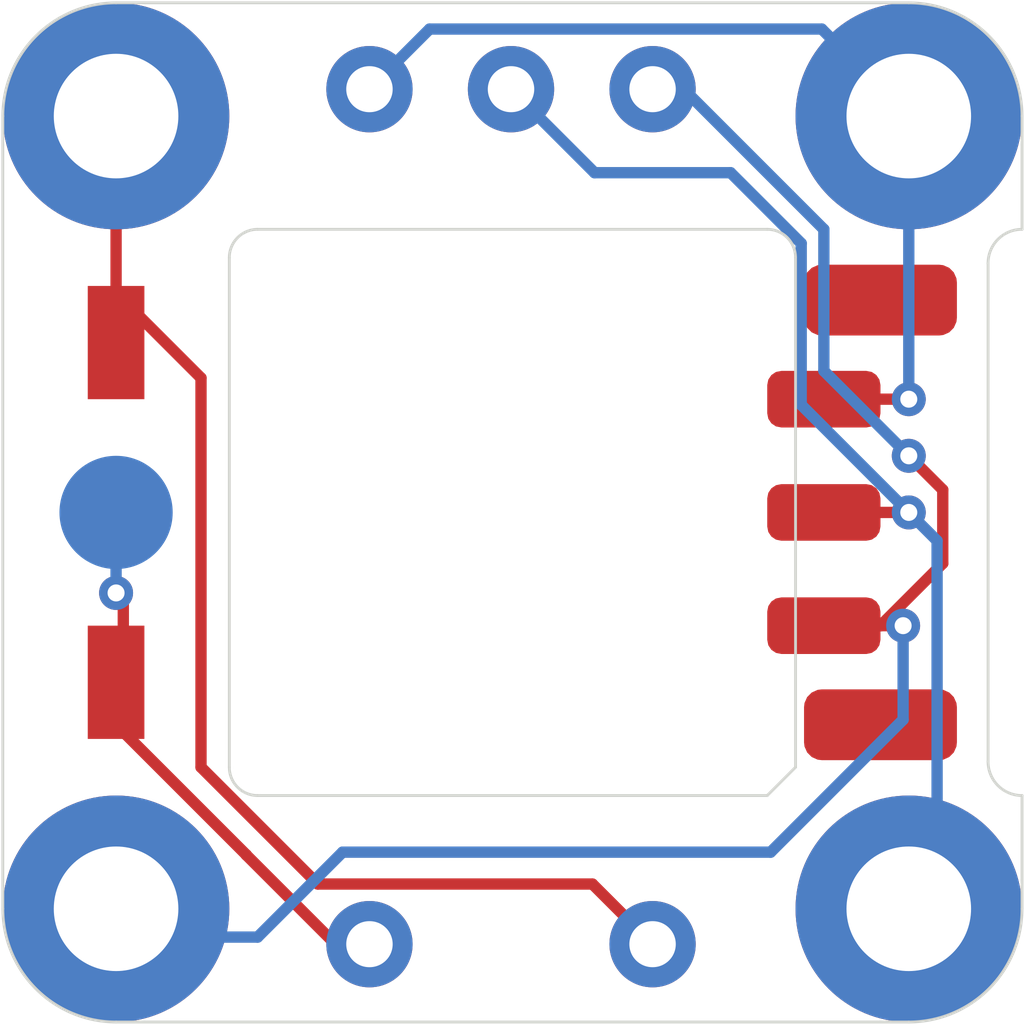
<source format=kicad_pcb>
(kicad_pcb (version 20240108) (generator "pcbnew") (generator_version "8.0")
  (layers (0 "F.Cu" signal) (31 "B.Cu" signal) (34 "B.Paste" user) (35 "F.Paste" user) (36 "B.SilkS" user "B.Silkscreen") (37 "F.SilkS" user "F.Silkscreen") (38 "B.Mask" user) (39 "F.Mask" user) (44 "Edge.Cuts" user))
  (net 0 "")
  (net 1 "Net-(J1-Pin_1)")
  (net 2 "Net-(J2-Pin_1)")
  (net 3 "Net-(J3-Pin_1)")
  (net 4 "Net-(J4-Pin_1)")
  (net 5 "Net-(J5-Pin_1)")
  (footprint "CKW12:SKQYACE010" (layer "F.Cu") (at 143 100 -90)
    (property "Reference" "SW2" (hide yes))
    (property "Value" "SW_DPST_x2" (hide yes))
    (pad "1" smd rect (at 3 0 270) (size 2 1) (layers "F.Cu" "F.Paste" "F.Mask") (net 5 "Net-(J5-Pin_1)"))
    (pad "2" smd rect (at -3 0 270) (size 2 1) (layers "F.Cu" "F.Paste" "F.Mask") (net 4 "Net-(J4-Pin_1)"))
  )
  (footprint "CKW12:my_mount_hole_M2_pad" (layer "F.Cu") (at 143 93)
    (property "Reference" "J4")
    (property "Value" "Conn_01x01_Pin" (hide yes))
    (pad "" thru_hole circle (at 0 0) (size 4 4) (drill 2.2) (layers "*.Cu" "*.Mask") (net 4 "Net-(J4-Pin_1)"))
  )
  (footprint "CKW12:my_mount_hole_M2_pad" (layer "F.Cu") (at 143 107)
    (property "Reference" "J3")
    (property "Value" "Conn_01x01_Pin" (hide yes))
    (pad "" thru_hole circle (at 0 0) (size 4 4) (drill 2.2) (layers "*.Cu" "*.Mask") (net 3 "Net-(J3-Pin_1)"))
  )
  (footprint "CKW12:EC05E1220202" (layer "F.Cu") (at 150 100)
    (property "Reference" "SW1" (hide yes))
    (property "Value" "RotaryEncoder" (hide yes))
    (pad "" smd roundrect (at 6.5 -3.75) (size 2.7 1.25) (layers "F.Cu" "F.Paste" "F.Mask"))
    (pad "" smd roundrect (at 6.5 3.75) (size 2.7 1.25) (layers "F.Cu" "F.Paste" "F.Mask"))
    (pad "A" smd roundrect (at 5.5 2) (size 2 1) (layers "F.Cu" "F.Paste" "F.Mask") (net 3 "Net-(J3-Pin_1)"))
    (pad "B" smd roundrect (at 5.5 -2) (size 2 1) (layers "F.Cu" "F.Paste" "F.Mask") (net 1 "Net-(J1-Pin_1)"))
    (pad "C" smd roundrect (at 5.5 0) (size 2 1) (layers "F.Cu" "F.Paste" "F.Mask") (net 2 "Net-(J2-Pin_1)"))
  )
  (footprint "CKW12:my_mount_hole_M2_pad" (layer "F.Cu") (at 157 93)
    (property "Reference" "J1")
    (property "Value" "Conn_01x01_Pin" (hide yes))
    (pad "" thru_hole circle (at 0 0) (size 4 4) (drill 2.2) (layers "*.Cu" "*.Mask") (net 1 "Net-(J1-Pin_1)"))
  )
  (footprint "CKW12:CKW12" (layer "F.Cu") (at 150 100 180)
    (property "Reference" "SW21" (hide yes))
    (property "Value" "CKW12" (hide yes))
    (pad "1" thru_hole circle (at 2.525 -7.625 180) (size 1.524 1.524) (drill oval 0.82 0.8128) (layers "*.Cu" "*.Mask") (net 5 "Net-(J5-Pin_1)"))
    (pad "2" thru_hole circle (at -2.475 -7.625 180) (size 1.524 1.524) (drill oval 0.82 0.8128) (layers "*.Cu" "*.Mask") (net 4 "Net-(J4-Pin_1)"))
    (pad "A" thru_hole circle (at -2.475 7.475 180) (size 1.524 1.524) (drill oval 0.82 0.8128) (layers "*.Cu" "*.Mask") (net 3 "Net-(J3-Pin_1)"))
    (pad "B" thru_hole circle (at 2.525 7.475 180) (size 1.524 1.524) (drill oval 0.82 0.8128) (layers "*.Cu" "*.Mask") (net 1 "Net-(J1-Pin_1)"))
    (pad "C" thru_hole circle (at 0.025 7.475 180) (size 1.524 1.524) (drill oval 0.82 0.8128) (layers "*.Cu" "*.Mask") (net 2 "Net-(J2-Pin_1)"))
  )
  (footprint "CKW12:my_mount_hole_M2_pad" (layer "F.Cu") (at 157 107)
    (property "Reference" "J2")
    (property "Value" "Conn_01x01_Pin" (hide yes))
    (pad "" thru_hole circle (at 0 0) (size 4 4) (drill 2.2) (layers "*.Cu" "*.Mask") (net 2 "Net-(J2-Pin_1)"))
  )
  (footprint "TestPoint:TestPoint_Pad_D2.0mm" (layer "B.Cu") (at 143 100 180)
    (property "Reference" "J5" (hide yes))
    (property "Value" "Conn_01x01_Pin" (hide yes))
    (pad "1" smd circle (at 0 0 180) (size 2 2) (layers "B.Cu" "B.Mask") (net 5 "Net-(J5-Pin_1)"))
  )
  (gr_line (start 159 95) (end 159 93) (stroke (width 0.05)) (layer "Edge.Cuts"))
  (gr_line (start 145.5 95) (end 154.5 95) (stroke (width 0.05)) (layer "Edge.Cuts"))
  (gr_arc (start 158.4 95.6) (mid 158.575736 95.175736) (end 159 95) (stroke (width 0.05)) (layer "Edge.Cuts"))
  (gr_line (start 155 95.5) (end 155 104.5) (stroke (width 0.05)) (layer "Edge.Cuts"))
  (gr_arc (start 159 107) (mid 158.414214 108.414214) (end 157 109) (stroke (width 0.05)) (layer "Edge.Cuts"))
  (gr_arc (start 157 91) (mid 158.414214 91.585786) (end 159 93) (stroke (width 0.05)) (layer "Edge.Cuts"))
  (gr_arc (start 141 93) (mid 141.585786 91.585786) (end 143 91) (stroke (width 0.05)) (layer "Edge.Cuts"))
  (gr_arc (start 145 95.5) (mid 145.146447 95.146447) (end 145.5 95) (stroke (width 0.05)) (layer "Edge.Cuts"))
  (gr_arc (start 159 105) (mid 158.575736 104.824264) (end 158.4 104.4) (stroke (width 0.05)) (layer "Edge.Cuts"))
  (gr_line (start 159 105) (end 159 107) (stroke (width 0.05)) (layer "Edge.Cuts"))
  (gr_line (start 157 109) (end 143 109) (stroke (width 0.05)) (layer "Edge.Cuts"))
  (gr_arc (start 143 109) (mid 141.585786 108.414214) (end 141 107) (stroke (width 0.05)) (layer "Edge.Cuts"))
  (gr_line (start 158.4 95.6) (end 158.4 104.4) (stroke (width 0.05)) (layer "Edge.Cuts"))
  (gr_arc (start 145.5 105) (mid 145.146447 104.853553) (end 145 104.5) (stroke (width 0.05)) (layer "Edge.Cuts"))
  (gr_line (start 145 104.5) (end 145 95.5) (stroke (width 0.05)) (layer "Edge.Cuts"))
  (gr_arc (start 154.5 95) (mid 154.853553 95.146447) (end 155 95.5) (stroke (width 0.05)) (layer "Edge.Cuts"))
  (gr_line (start 141 107) (end 141 93) (stroke (width 0.05)) (layer "Edge.Cuts"))
  (gr_line (start 154.5 105) (end 145.5 105) (stroke (width 0.05)) (layer "Edge.Cuts"))
  (gr_line (start 155 104.5) (end 154.5 105) (stroke (width 0.05)) (layer "Edge.Cuts"))
  (gr_line (start 143 91) (end 157 91) (stroke (width 0.05)) (layer "Edge.Cuts"))
  (segment (start 155.5 98) (end 157 98) (width 0.2) (layer "F.Cu") (net 1))
  (via (at 157 98) (size 0.6) (drill 0.3) (layers "F.Cu" "B.Cu") (net 1))
  (segment (start 157 93) (end 155.463 91.463) (width 0.2) (layer "B.Cu") (net 1))
  (segment (start 155.463 91.463) (end 148.537 91.463) (width 0.2) (layer "B.Cu") (net 1))
  (segment (start 148.537 91.463) (end 147.475 92.525) (width 0.2) (layer "B.Cu") (net 1))
  (segment (start 157 98) (end 157 93) (width 0.2) (layer "B.Cu") (net 1))
  (segment (start 157 100) (end 155.6 100) (width 0.2) (layer "F.Cu") (net 2))
  (via (at 157 100) (size 0.6) (drill 0.3) (layers "F.Cu" "B.Cu") (net 2))
  (segment (start 157.5 100.5) (end 157 100) (width 0.2) (layer "B.Cu") (net 2))
  (segment (start 157 106.5) (end 157.5 106) (width 0.2) (layer "B.Cu") (net 2))
  (segment (start 157 100) (end 155.1 98.1) (width 0.2) (layer "B.Cu") (net 2))
  (segment (start 153.852574 94) (end 151.45 94) (width 0.2) (layer "B.Cu") (net 2))
  (segment (start 157.5 106) (end 157.5 100.5) (width 0.2) (layer "B.Cu") (net 2))
  (segment (start 155.1 98.1) (end 155.1 95.247426) (width 0.2) (layer "B.Cu") (net 2))
  (segment (start 151.45 94) (end 149.975 92.525) (width 0.2) (layer "B.Cu") (net 2))
  (segment (start 157 107) (end 157 106.5) (width 0.2) (layer "B.Cu") (net 2))
  (segment (start 155.1 95.247426) (end 153.852574 94) (width 0.2) (layer "B.Cu") (net 2))
  (segment (start 156.5 102) (end 157.6 100.9) (width 0.2) (layer "F.Cu") (net 3))
  (segment (start 156.9 102) (end 155.6 102) (width 0.2) (layer "F.Cu") (net 3))
  (segment (start 157.6 100.9) (end 157.6 99.6) (width 0.2) (layer "F.Cu") (net 3))
  (segment (start 155.5 102) (end 156.5 102) (width 0.2) (layer "F.Cu") (net 3))
  (segment (start 157.6 99.6) (end 157 99) (width 0.2) (layer "F.Cu") (net 3))
  (via (at 157 99) (size 0.6) (drill 0.3) (layers "F.Cu" "B.Cu") (net 3))
  (via (at 156.9 102) (size 0.6) (drill 0.3) (layers "F.Cu" "B.Cu") (net 3))
  (segment (start 153.025 92.525) (end 152.475 92.525) (width 0.2) (layer "B.Cu") (net 3))
  (segment (start 156.9 103.659682) (end 156.9 102) (width 0.2) (layer "B.Cu") (net 3))
  (segment (start 154.559682 106) (end 156.9 103.659682) (width 0.2) (layer "B.Cu") (net 3))
  (segment (start 145.5 107.5) (end 147 106) (width 0.2) (layer "B.Cu") (net 3))
  (segment (start 155.5 95) (end 153.025 92.525) (width 0.2) (layer "B.Cu") (net 3))
  (segment (start 155.5 97.5) (end 155.5 95) (width 0.2) (layer "B.Cu") (net 3))
  (segment (start 143.5 107.5) (end 145.5 107.5) (width 0.2) (layer "B.Cu") (net 3))
  (segment (start 143 107) (end 143.5 107.5) (width 0.2) (layer "B.Cu") (net 3))
  (segment (start 147 106) (end 154.559682 106) (width 0.2) (layer "B.Cu") (net 3))
  (segment (start 157 99) (end 155.5 97.5) (width 0.2) (layer "B.Cu") (net 3))
  (segment (start 144.5 97.625) (end 143 96.125) (width 0.2) (layer "F.Cu") (net 4))
  (segment (start 143 96.125) (end 143 93) (width 0.2) (layer "F.Cu") (net 4))
  (segment (start 151.413 106.563) (end 146.563 106.563) (width 0.2) (layer "F.Cu") (net 4))
  (segment (start 144.5 104.5) (end 144.5 97.625) (width 0.2) (layer "F.Cu") (net 4))
  (segment (start 143.5 93) (end 144.125 92.375) (width 0.2) (layer "F.Cu") (net 4))
  (segment (start 143 93) (end 143.5 93) (width 0.2) (layer "F.Cu") (net 4))
  (segment (start 146.563 106.563) (end 144.5 104.5) (width 0.2) (layer "F.Cu") (net 4))
  (segment (start 152.475 107.625) (end 151.413 106.563) (width 0.2) (layer "F.Cu") (net 4))
  (segment (start 143 101.421728) (end 143.127692 101.54942) (width 0.2) (layer "F.Cu") (net 5))
  (segment (start 143.127692 101.54942) (end 143.127692 103.875) (width 0.2) (layer "F.Cu") (net 5))
  (segment (start 146.875 107.625) (end 147.475 107.625) (width 0.2) (layer "F.Cu") (net 5))
  (segment (start 143.127692 103.875) (end 145.3 106.047308) (width 0.2) (layer "F.Cu") (net 5))
  (segment (start 145.3 106.05) (end 146.875 107.625) (width 0.2) (layer "F.Cu") (net 5))
  (segment (start 145.3 106.047308) (end 145.3 106.05) (width 0.2) (layer "F.Cu") (net 5))
  (via (at 143 101.421728) (size 0.6) (drill 0.3) (layers "F.Cu" "B.Cu") (net 5))
  (segment (start 143 101.421728) (end 143 100) (width 0.2) (layer "B.Cu") (net 5))
)
</source>
